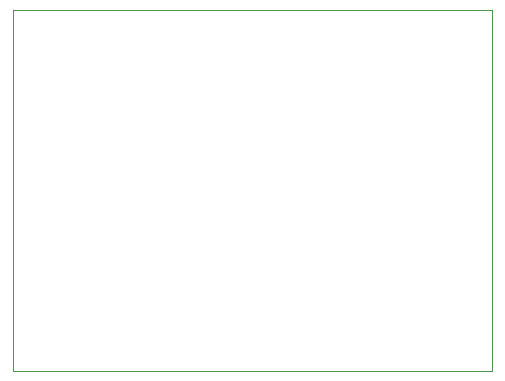
<source format=gm1>
G04 #@! TF.GenerationSoftware,KiCad,Pcbnew,8.0.6*
G04 #@! TF.CreationDate,2024-11-12T21:30:20-08:00*
G04 #@! TF.ProjectId,sensor_board,73656e73-6f72-45f6-926f-6172642e6b69,rev?*
G04 #@! TF.SameCoordinates,Original*
G04 #@! TF.FileFunction,Profile,NP*
%FSLAX46Y46*%
G04 Gerber Fmt 4.6, Leading zero omitted, Abs format (unit mm)*
G04 Created by KiCad (PCBNEW 8.0.6) date 2024-11-12 21:30:20*
%MOMM*%
%LPD*%
G01*
G04 APERTURE LIST*
G04 #@! TA.AperFunction,Profile*
%ADD10C,0.100000*%
G04 #@! TD*
G04 APERTURE END LIST*
D10*
X0Y0D02*
X40600000Y0D01*
X40600000Y-30600000D01*
X0Y-30600000D01*
X0Y0D01*
M02*

</source>
